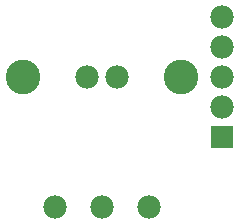
<source format=gbr>
G04 #@! TF.FileFunction,Soldermask,Top*
%FSLAX46Y46*%
G04 Gerber Fmt 4.6, Leading zero omitted, Abs format (unit mm)*
G04 Created by KiCad (PCBNEW (2016-02-24 BZR 6585, Git 0829446)-product) date 3/15/2016 7:35:22 AM*
%MOMM*%
G01*
G04 APERTURE LIST*
%ADD10C,0.100000*%
%ADD11C,2.940000*%
%ADD12C,1.974800*%
%ADD13R,1.974800X1.974800*%
G04 APERTURE END LIST*
D10*
D11*
X149510000Y-72390000D03*
X162910000Y-72390000D03*
D12*
X154940000Y-72390000D03*
X157480000Y-72390000D03*
X156210000Y-83390000D03*
X160210000Y-83390000D03*
X152210000Y-83390000D03*
D13*
X166370000Y-77470000D03*
D12*
X166370000Y-74930000D03*
X166370000Y-72390000D03*
X166370000Y-69850000D03*
X166370000Y-67310000D03*
M02*

</source>
